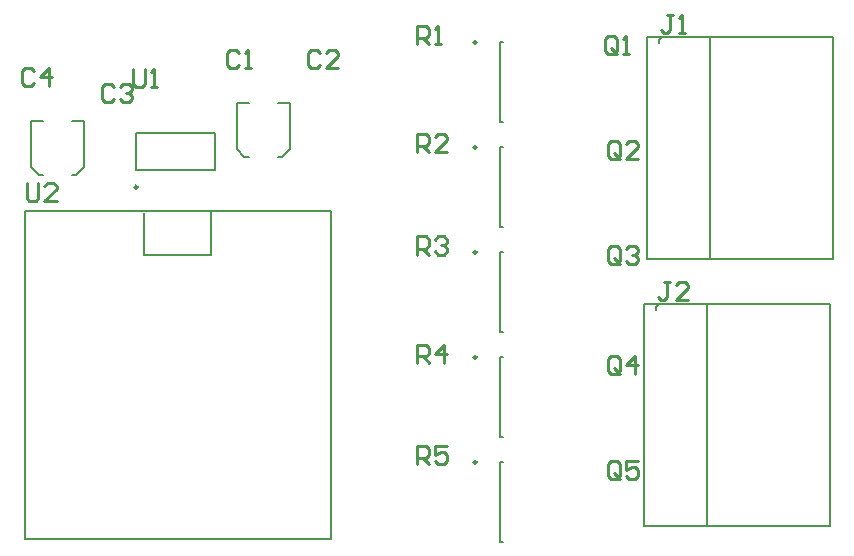
<source format=gto>
G04*
G04 #@! TF.GenerationSoftware,Altium Limited,Altium Designer,20.2.6 (244)*
G04*
G04 Layer_Color=65535*
%FSLAX42Y42*%
%MOMM*%
G71*
G04*
G04 #@! TF.SameCoordinates,69541536-4934-4505-9BE5-47F4DBCBE851*
G04*
G04*
G04 #@! TF.FilePolarity,Positive*
G04*
G01*
G75*
%ADD10C,0.25*%
%ADD11C,0.20*%
%ADD12C,0.25*%
D10*
X4021Y844D02*
G03*
X4021Y844I-12J0D01*
G01*
Y2622D02*
G03*
X4021Y2622I-12J0D01*
G01*
Y3510D02*
G03*
X4021Y3510I-12J0D01*
G01*
Y4399D02*
G03*
X4021Y4399I-12J0D01*
G01*
Y1733D02*
G03*
X4021Y1733I-12J0D01*
G01*
X1151Y3174D02*
G03*
X1151Y3174I-12J0D01*
G01*
D11*
X1772Y2599D02*
Y2969D01*
X1209Y2599D02*
X1772D01*
X1209D02*
Y2959D01*
X2792Y199D02*
Y2969D01*
X197Y199D02*
X2792D01*
X197Y2969D02*
X2792D01*
X197Y199D02*
Y2969D01*
X5537Y2134D02*
Y2159D01*
X5563Y2184D01*
X5436Y305D02*
Y2184D01*
Y305D02*
X7010D01*
Y2184D01*
X5563D02*
X7010D01*
X5436D02*
X5969D01*
Y305D02*
Y2184D01*
X5563Y4394D02*
Y4420D01*
X5588Y4445D01*
X5461Y2565D02*
Y4445D01*
Y2565D02*
X7036D01*
Y4445D01*
X5588D02*
X7036D01*
X5461D02*
X5994D01*
Y2565D02*
Y4445D01*
X314Y3280D02*
X350D01*
X247Y3346D02*
X314Y3280D01*
X631D02*
X697Y3346D01*
X595Y3280D02*
X631D01*
X247Y3346D02*
Y3730D01*
X350D01*
X595D02*
X697D01*
Y3346D02*
Y3730D01*
X2055Y3433D02*
X2091D01*
X1989Y3499D02*
X2055Y3433D01*
X2372D02*
X2439Y3499D01*
X2336Y3433D02*
X2372D01*
X1989Y3499D02*
Y3883D01*
X2091D01*
X2336D02*
X2439D01*
Y3499D02*
Y3883D01*
X4218Y173D02*
X4248D01*
X4218D02*
Y843D01*
X4248D01*
X4218Y1951D02*
X4248D01*
X4218D02*
Y2621D01*
X4248D01*
X4218Y2840D02*
X4248D01*
X4218D02*
Y3510D01*
X4248D01*
X4218Y3729D02*
X4248D01*
X4218D02*
Y4399D01*
X4248D01*
X4218Y1062D02*
X4248D01*
X4218D02*
Y1732D01*
X4248D01*
X1808Y3322D02*
Y3632D01*
X1138Y3322D02*
Y3632D01*
X1808D01*
X1138Y3322D02*
X1808D01*
D12*
X273Y4155D02*
X247Y4181D01*
X197D01*
X171Y4155D01*
Y4054D01*
X197Y4028D01*
X247D01*
X273Y4054D01*
X400Y4028D02*
Y4181D01*
X324Y4105D01*
X425D01*
X953Y4019D02*
X928Y4045D01*
X877D01*
X851Y4019D01*
Y3918D01*
X877Y3892D01*
X928D01*
X953Y3918D01*
X1004Y4019D02*
X1029Y4045D01*
X1080D01*
X1105Y4019D01*
Y3994D01*
X1080Y3968D01*
X1054D01*
X1080D01*
X1105Y3943D01*
Y3918D01*
X1080Y3892D01*
X1029D01*
X1004Y3918D01*
X2693Y4307D02*
X2668Y4332D01*
X2617D01*
X2592Y4307D01*
Y4205D01*
X2617Y4180D01*
X2668D01*
X2693Y4205D01*
X2845Y4180D02*
X2744D01*
X2845Y4281D01*
Y4307D01*
X2820Y4332D01*
X2769D01*
X2744Y4307D01*
X2012Y4308D02*
X1987Y4333D01*
X1936D01*
X1911Y4308D01*
Y4206D01*
X1936Y4181D01*
X1987D01*
X2012Y4206D01*
X2063Y4181D02*
X2114D01*
X2089D01*
Y4333D01*
X2063Y4308D01*
X3515Y827D02*
Y979D01*
X3592D01*
X3617Y953D01*
Y903D01*
X3592Y877D01*
X3515D01*
X3566D02*
X3617Y827D01*
X3769Y979D02*
X3668D01*
Y903D01*
X3718Y928D01*
X3744D01*
X3769Y903D01*
Y852D01*
X3744Y827D01*
X3693D01*
X3668Y852D01*
X3515Y1689D02*
Y1841D01*
X3592D01*
X3617Y1816D01*
Y1765D01*
X3592Y1740D01*
X3515D01*
X3566D02*
X3617Y1689D01*
X3744D02*
Y1841D01*
X3668Y1765D01*
X3769D01*
X3515Y2603D02*
Y2756D01*
X3592D01*
X3617Y2730D01*
Y2680D01*
X3592Y2654D01*
X3515D01*
X3566D02*
X3617Y2603D01*
X3668Y2730D02*
X3693Y2756D01*
X3744D01*
X3769Y2730D01*
Y2705D01*
X3744Y2680D01*
X3718D01*
X3744D01*
X3769Y2654D01*
Y2629D01*
X3744Y2603D01*
X3693D01*
X3668Y2629D01*
X3515Y3468D02*
Y3620D01*
X3592D01*
X3617Y3595D01*
Y3544D01*
X3592Y3519D01*
X3515D01*
X3566D02*
X3617Y3468D01*
X3769D02*
X3668D01*
X3769Y3570D01*
Y3595D01*
X3744Y3620D01*
X3693D01*
X3668Y3595D01*
X3514Y4383D02*
Y4535D01*
X3591D01*
X3616Y4510D01*
Y4459D01*
X3591Y4434D01*
X3514D01*
X3565D02*
X3616Y4383D01*
X3667D02*
X3718D01*
X3692D01*
Y4535D01*
X3667Y4510D01*
X211Y3208D02*
Y3081D01*
X236Y3056D01*
X287D01*
X312Y3081D01*
Y3208D01*
X465Y3056D02*
X363D01*
X465Y3157D01*
Y3183D01*
X439Y3208D01*
X389D01*
X363Y3183D01*
X1111Y4178D02*
Y4051D01*
X1136Y4025D01*
X1187D01*
X1212Y4051D01*
Y4178D01*
X1263Y4025D02*
X1314D01*
X1288D01*
Y4178D01*
X1263Y4152D01*
X5232Y729D02*
Y831D01*
X5207Y856D01*
X5156D01*
X5131Y831D01*
Y729D01*
X5156Y704D01*
X5207D01*
X5182Y755D02*
X5232Y704D01*
X5207D02*
X5232Y729D01*
X5385Y856D02*
X5283D01*
Y780D01*
X5334Y805D01*
X5359D01*
X5385Y780D01*
Y729D01*
X5359Y704D01*
X5309D01*
X5283Y729D01*
X5232Y1616D02*
Y1717D01*
X5207Y1742D01*
X5156D01*
X5131Y1717D01*
Y1616D01*
X5156Y1590D01*
X5207D01*
X5182Y1641D02*
X5232Y1590D01*
X5207D02*
X5232Y1616D01*
X5359Y1590D02*
Y1742D01*
X5283Y1666D01*
X5385D01*
X5232Y2550D02*
Y2652D01*
X5207Y2677D01*
X5156D01*
X5131Y2652D01*
Y2550D01*
X5156Y2525D01*
X5207D01*
X5182Y2575D02*
X5232Y2525D01*
X5207D02*
X5232Y2550D01*
X5283Y2652D02*
X5309Y2677D01*
X5359D01*
X5385Y2652D01*
Y2626D01*
X5359Y2601D01*
X5334D01*
X5359D01*
X5385Y2575D01*
Y2550D01*
X5359Y2525D01*
X5309D01*
X5283Y2550D01*
X5232Y3436D02*
Y3538D01*
X5207Y3563D01*
X5156D01*
X5131Y3538D01*
Y3436D01*
X5156Y3411D01*
X5207D01*
X5182Y3462D02*
X5232Y3411D01*
X5207D02*
X5232Y3436D01*
X5385Y3411D02*
X5283D01*
X5385Y3513D01*
Y3538D01*
X5359Y3563D01*
X5309D01*
X5283Y3538D01*
X5207Y4323D02*
Y4424D01*
X5182Y4450D01*
X5131D01*
X5105Y4424D01*
Y4323D01*
X5131Y4297D01*
X5182D01*
X5156Y4348D02*
X5207Y4297D01*
X5182D02*
X5207Y4323D01*
X5258Y4297D02*
X5309D01*
X5283D01*
Y4450D01*
X5258Y4424D01*
X5655Y2371D02*
X5604D01*
X5630D01*
Y2244D01*
X5604Y2219D01*
X5579D01*
X5554Y2244D01*
X5808Y2219D02*
X5706D01*
X5808Y2320D01*
Y2346D01*
X5782Y2371D01*
X5731D01*
X5706Y2346D01*
X5681Y4632D02*
X5630D01*
X5655D01*
Y4505D01*
X5630Y4479D01*
X5605D01*
X5579Y4505D01*
X5731Y4479D02*
X5782D01*
X5757D01*
Y4632D01*
X5731Y4606D01*
M02*

</source>
